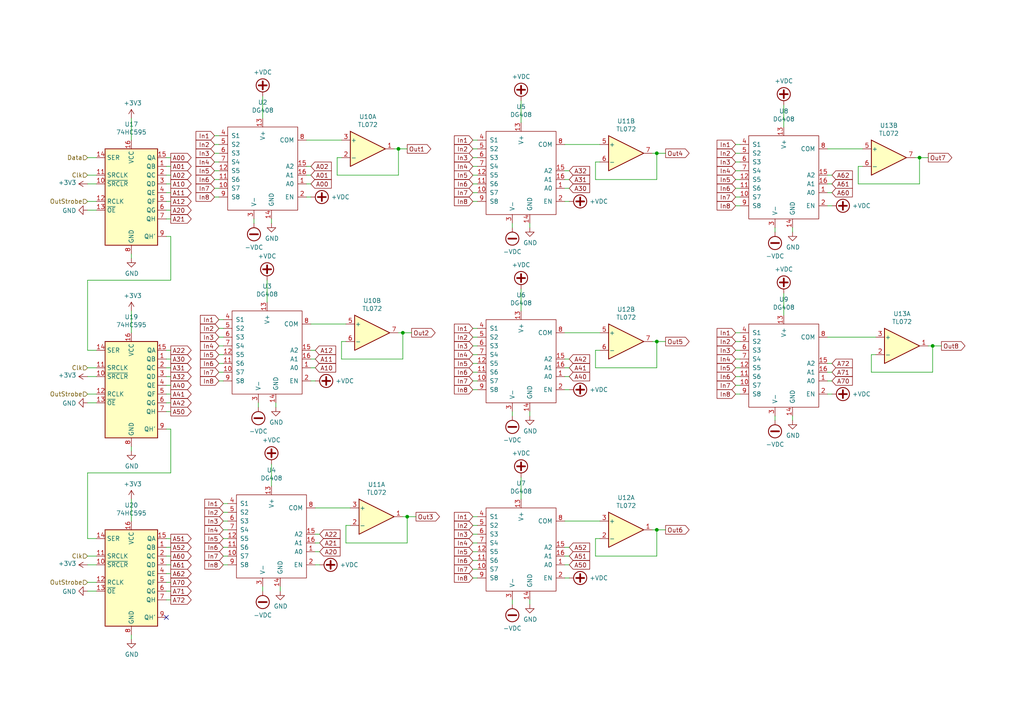
<source format=kicad_sch>
(kicad_sch (version 20230121) (generator eeschema)
  (paper "A4")
  (title_block (title "M2IDI - TANGLE CORE") (date "2023-04-19") (rev "1.1") (company "GuavTek"))
  (lib_symbols
    (symbol "74xx:74HC595"
      (property "Reference" "U" (at -7.62 13.97 0))
      (property "Value" "74HC595" (at -7.62 -16.51 0))
      (symbol "74HC595_1_0"
        (pin tri_state line (at 10.16 7.62 180) (length 2.54) (name "QB") (number "1"))
        (pin input line (at -10.16 2.54 0) (length 2.54) (name "~{SRCLR}") (number "10"))
        (pin input line (at -10.16 5.08 0) (length 2.54) (name "SRCLK") (number "11"))
        (pin input line (at -10.16 -2.54 0) (length 2.54) (name "RCLK") (number "12"))
        (pin input line (at -10.16 -5.08 0) (length 2.54) (name "~{OE}") (number "13"))
        (pin input line (at -10.16 10.16 0) (length 2.54) (name "SER") (number "14"))
        (pin tri_state line (at 10.16 10.16 180) (length 2.54) (name "QA") (number "15"))
        (pin power_in line (at 0 15.24 270) (length 2.54) (name "VCC") (number "16"))
        (pin tri_state line (at 10.16 5.08 180) (length 2.54) (name "QC") (number "2"))
        (pin tri_state line (at 10.16 2.54 180) (length 2.54) (name "QD") (number "3"))
        (pin tri_state line (at 10.16 0 180) (length 2.54) (name "QE") (number "4"))
        (pin tri_state line (at 10.16 -2.54 180) (length 2.54) (name "QF") (number "5"))
        (pin tri_state line (at 10.16 -5.08 180) (length 2.54) (name "QG") (number "6"))
        (pin tri_state line (at 10.16 -7.62 180) (length 2.54) (name "QH") (number "7"))
        (pin power_in line (at 0 -17.78 90) (length 2.54) (name "GND") (number "8"))
        (pin output line (at 10.16 -12.7 180) (length 2.54) (name "QH'") (number "9"))
      )
      (symbol "74HC595_1_1"
        (rectangle (start -7.62 12.7) (end 7.62 -15.24) (stroke (width 0.254)) (fill (type background)))
      )
    )
    (symbol "Amplifier_Operational:TL072" (pin_names (offset 0.127))
      (property "Reference" "U" (at 0 5.08 0))
      (property "Value" "TL072" (at 0 -5.08 0))
      (symbol "TL072_1_1"
        (polyline (pts (xy -5.08 5.08) (xy 5.08 0) (xy -5.08 -5.08) (xy -5.08 5.08)) (stroke (width 0.254)) (fill (type background)))
        (pin output line (at 7.62 0 180) (length 2.54) (name "~") (number "1"))
        (pin input line (at -7.62 -2.54 0) (length 2.54) (name "-") (number "2"))
        (pin input line (at -7.62 2.54 0) (length 2.54) (name "+") (number "3"))
      )
      (symbol "TL072_2_1"
        (polyline (pts (xy -5.08 5.08) (xy 5.08 0) (xy -5.08 -5.08) (xy -5.08 5.08)) (stroke (width 0.254)) (fill (type background)))
        (pin input line (at -7.62 2.54 0) (length 2.54) (name "+") (number "5"))
        (pin input line (at -7.62 -2.54 0) (length 2.54) (name "-") (number "6"))
        (pin output line (at 7.62 0 180) (length 2.54) (name "~") (number "7"))
      )
      (symbol "TL072_3_1"
        (pin power_in line (at -2.54 -7.62 90) (length 3.81) (name "V-") (number "4"))
        (pin power_in line (at -2.54 7.62 270) (length 3.81) (name "V+") (number "8"))
      )
    )
    (symbol "Custom_Sym:DG408" (pin_names (offset 1.016))
      (property "Reference" "U" (at 0 0 0))
      (property "Value" "DG408" (at 0 -2.54 0))
      (symbol "DG408_0_1"
        (rectangle (start 10.16 11.43) (end -10.16 -12.7))
      )
      (symbol "DG408_1_1"
        (pin input line (at 12.7 -5.08 180) (length 2.54) (name "A0") (number "1"))
        (pin bidirectional line (at -12.7 -6.35 0) (length 2.54) (name "S7") (number "10"))
        (pin bidirectional line (at -12.7 -3.81 0) (length 2.54) (name "S6") (number "11"))
        (pin bidirectional line (at -12.7 -1.27 0) (length 2.54) (name "S5") (number "12"))
        (pin power_in line (at 0 13.97 270) (length 2.54) (name "V+") (number "13"))
        (pin power_in line (at 2.54 -15.24 90) (length 2.54) (name "GND") (number "14"))
        (pin input line (at 12.7 0 180) (length 2.54) (name "A2") (number "15"))
        (pin input line (at 12.7 -2.54 180) (length 2.54) (name "A1") (number "16"))
        (pin input line (at 12.7 -8.89 180) (length 2.54) (name "EN") (number "2"))
        (pin power_in line (at -2.54 -15.24 90) (length 2.54) (name "V-") (number "3"))
        (pin bidirectional line (at -12.7 8.89 0) (length 2.54) (name "S1") (number "4"))
        (pin bidirectional line (at -12.7 6.35 0) (length 2.54) (name "S2") (number "5"))
        (pin bidirectional line (at -12.7 3.81 0) (length 2.54) (name "S3") (number "6"))
        (pin bidirectional line (at -12.7 1.27 0) (length 2.54) (name "S4") (number "7"))
        (pin bidirectional line (at 12.7 7.62 180) (length 2.54) (name "COM") (number "8"))
        (pin bidirectional line (at -12.7 -8.89 0) (length 2.54) (name "S8") (number "9"))
      )
    )
    (symbol "power:+3V3" (power) (pin_names (offset 0))
      (property "Value" "+3V3" (at 0 3.556 0))
      (symbol "+3V3_0_1"
        (polyline (pts (xy -0.762 1.27) (xy 0 2.54)))
        (polyline (pts (xy 0 0) (xy 0 2.54)))
        (polyline (pts (xy 0 2.54) (xy 0.762 1.27)))
      )
      (symbol "+3V3_1_1"
        (pin power_in line (at 0 0 90) (length 0) hide (name "+3V3") (number "1"))
      )
    )
    (symbol "power:+VDC" (power) (pin_names (offset 0))
      (property "Value" "+VDC" (at 0 6.35 0))
      (symbol "+VDC_0_1"
        (polyline (pts (xy -1.143 3.175) (xy 1.143 3.175)) (stroke (width 0.508)))
        (polyline (pts (xy 0 0) (xy 0 1.27)))
        (polyline (pts (xy 0 2.032) (xy 0 4.318)) (stroke (width 0.508)))
        (circle (center 0 3.175) (radius 1.905) (stroke (width 0.254)))
      )
      (symbol "+VDC_1_1"
        (pin power_in line (at 0 0 90) (length 0) hide (name "+VDC") (number "1"))
      )
    )
    (symbol "power:-VDC" (power) (pin_names (offset 0))
      (property "Value" "-VDC" (at 0 6.35 0))
      (symbol "-VDC_0_1"
        (polyline (pts (xy -1.143 3.175) (xy 1.143 3.175)) (stroke (width 0.508)))
        (polyline (pts (xy 0 0) (xy 0 1.27)))
        (circle (center 0 3.175) (radius 1.905) (stroke (width 0.254)))
      )
      (symbol "-VDC_1_1"
        (pin power_in line (at 0 0 90) (length 0) hide (name "-VDC") (number "1"))
      )
    )
    (symbol "power:GND" (power) (pin_names (offset 0))
      (property "Value" "GND" (at 0 -3.81 0))
      (symbol "GND_0_1"
        (polyline (pts (xy 0 0) (xy 0 -1.27) (xy 1.27 -1.27) (xy 0 -2.54) (xy -1.27 -1.27) (xy 0 -1.27)))
      )
      (symbol "GND_1_1"
        (pin power_in line (at 0 0 270) (length 0) hide (name "GND") (number "1"))
      )
    )
  )
  (junction (at 118.11 149.86))
  (junction (at 266.7 45.72))
  (junction (at 270.51 100.33))
  (junction (at 190.5 44.45))
  (junction (at 190.5 153.67))
  (junction (at 116.84 96.52))
  (junction (at 190.5 99.06))
  (junction (at 115.57 43.18))
  (no_connect (at 48.26 179.07))
  (wire (pts (xy 213.36 104.14) (xy 214.63 104.14)))
  (wire (pts (xy 25.4 114.3) (xy 27.94 114.3)))
  (wire (pts (xy 78.74 134.62) (xy 78.74 140.97)))
  (wire (pts (xy 241.3 50.8) (xy 240.03 50.8)))
  (wire (pts (xy 49.53 137.16) (xy 25.4 137.16)))
  (wire (pts (xy 118.11 157.48) (xy 100.33 157.48)))
  (wire (pts (xy 49.53 53.34) (xy 48.26 53.34)))
  (wire (pts (xy 97.79 45.72) (xy 99.06 45.72)))
  (wire (pts (xy 137.16 105.41) (xy 138.43 105.41)))
  (wire (pts (xy 38.1 130.81) (xy 38.1 129.54)))
  (wire (pts (xy 25.4 50.8) (xy 27.94 50.8)))
  (wire (pts (xy 25.4 109.22) (xy 27.94 109.22)))
  (wire (pts (xy 165.1 58.42) (xy 163.83 58.42)))
  (wire (pts (xy 137.16 40.64) (xy 138.43 40.64)))
  (wire (pts (xy 62.23 54.61) (xy 63.5 54.61)))
  (wire (pts (xy 189.23 153.67) (xy 190.5 153.67)))
  (wire (pts (xy 91.44 106.68) (xy 90.17 106.68)))
  (wire (pts (xy 63.5 92.71) (xy 64.77 92.71)))
  (wire (pts (xy 190.5 161.29) (xy 172.72 161.29)))
  (wire (pts (xy 63.5 95.25) (xy 64.77 95.25)))
  (wire (pts (xy 189.23 44.45) (xy 190.5 44.45)))
  (wire (pts (xy 250.19 43.18) (xy 240.03 43.18)))
  (wire (pts (xy 241.3 59.69) (xy 240.03 59.69)))
  (wire (pts (xy 151.13 29.21) (xy 151.13 35.56)))
  (wire (pts (xy 137.16 162.56) (xy 138.43 162.56)))
  (wire (pts (xy 165.1 113.03) (xy 163.83 113.03)))
  (wire (pts (xy 153.67 173.99) (xy 153.67 175.26)))
  (wire (pts (xy 213.36 109.22) (xy 214.63 109.22)))
  (wire (pts (xy 137.16 154.94) (xy 138.43 154.94)))
  (wire (pts (xy 137.16 53.34) (xy 138.43 53.34)))
  (wire (pts (xy 190.5 106.68) (xy 172.72 106.68)))
  (wire (pts (xy 173.99 151.13) (xy 163.83 151.13)))
  (wire (pts (xy 25.4 161.29) (xy 27.94 161.29)))
  (wire (pts (xy 63.5 97.79) (xy 64.77 97.79)))
  (wire (pts (xy 266.7 53.34) (xy 248.92 53.34)))
  (wire (pts (xy 48.26 116.84) (xy 49.53 116.84)))
  (wire (pts (xy 213.36 52.07) (xy 214.63 52.07)))
  (wire (pts (xy 25.4 137.16) (xy 25.4 156.21)))
  (wire (pts (xy 227.33 85.09) (xy 227.33 91.44)))
  (wire (pts (xy 49.53 48.26) (xy 48.26 48.26)))
  (wire (pts (xy 115.57 43.18) (xy 115.57 50.8)))
  (wire (pts (xy 241.3 110.49) (xy 240.03 110.49)))
  (wire (pts (xy 63.5 102.87) (xy 64.77 102.87)))
  (wire (pts (xy 100.33 152.4) (xy 101.6 152.4)))
  (wire (pts (xy 137.16 43.18) (xy 138.43 43.18)))
  (wire (pts (xy 165.1 54.61) (xy 163.83 54.61)))
  (wire (pts (xy 138.43 58.42) (xy 137.16 58.42)))
  (wire (pts (xy 137.16 97.79) (xy 138.43 97.79)))
  (wire (pts (xy 91.44 101.6) (xy 90.17 101.6)))
  (wire (pts (xy 137.16 152.4) (xy 138.43 152.4)))
  (wire (pts (xy 38.1 34.29) (xy 38.1 40.64)))
  (wire (pts (xy 137.16 50.8) (xy 138.43 50.8)))
  (wire (pts (xy 213.36 49.53) (xy 214.63 49.53)))
  (wire (pts (xy 62.23 46.99) (xy 63.5 46.99)))
  (wire (pts (xy 48.26 45.72) (xy 49.53 45.72)))
  (wire (pts (xy 241.3 105.41) (xy 240.03 105.41)))
  (wire (pts (xy 190.5 153.67) (xy 190.5 161.29)))
  (wire (pts (xy 48.26 166.37) (xy 49.53 166.37)))
  (wire (pts (xy 273.05 100.33) (xy 270.51 100.33)))
  (wire (pts (xy 66.04 163.83) (xy 64.77 163.83)))
  (wire (pts (xy 90.17 57.15) (xy 88.9 57.15)))
  (wire (pts (xy 165.1 49.53) (xy 163.83 49.53)))
  (wire (pts (xy 49.53 58.42) (xy 48.26 58.42)))
  (wire (pts (xy 38.1 185.42) (xy 38.1 184.15)))
  (wire (pts (xy 64.77 158.75) (xy 66.04 158.75)))
  (wire (pts (xy 172.72 106.68) (xy 172.72 101.6)))
  (wire (pts (xy 213.36 46.99) (xy 214.63 46.99)))
  (wire (pts (xy 118.11 149.86) (xy 118.11 157.48)))
  (wire (pts (xy 163.83 96.52) (xy 173.99 96.52)))
  (wire (pts (xy 213.36 106.68) (xy 214.63 106.68)))
  (wire (pts (xy 165.1 104.14) (xy 163.83 104.14)))
  (wire (pts (xy 99.06 104.14) (xy 99.06 99.06)))
  (wire (pts (xy 252.73 107.95) (xy 252.73 102.87)))
  (wire (pts (xy 25.4 171.45) (xy 27.94 171.45)))
  (wire (pts (xy 92.71 163.83) (xy 91.44 163.83)))
  (wire (pts (xy 99.06 99.06) (xy 100.33 99.06)))
  (wire (pts (xy 163.83 106.68) (xy 165.1 106.68)))
  (wire (pts (xy 151.13 138.43) (xy 151.13 144.78)))
  (wire (pts (xy 193.04 99.06) (xy 190.5 99.06)))
  (wire (pts (xy 25.4 156.21) (xy 27.94 156.21)))
  (wire (pts (xy 48.26 101.6) (xy 49.53 101.6)))
  (wire (pts (xy 48.26 161.29) (xy 49.53 161.29)))
  (wire (pts (xy 64.77 146.05) (xy 66.04 146.05)))
  (wire (pts (xy 48.26 156.21) (xy 49.53 156.21)))
  (wire (pts (xy 148.59 66.04) (xy 148.59 64.77)))
  (wire (pts (xy 190.5 44.45) (xy 190.5 52.07)))
  (wire (pts (xy 25.4 168.91) (xy 27.94 168.91)))
  (wire (pts (xy 241.3 114.3) (xy 240.03 114.3)))
  (wire (pts (xy 240.03 97.79) (xy 254 97.79)))
  (wire (pts (xy 90.17 93.98) (xy 100.33 93.98)))
  (wire (pts (xy 190.5 44.45) (xy 193.04 44.45)))
  (wire (pts (xy 49.53 63.5) (xy 48.26 63.5)))
  (wire (pts (xy 137.16 102.87) (xy 138.43 102.87)))
  (wire (pts (xy 25.4 53.34) (xy 27.94 53.34)))
  (wire (pts (xy 213.36 44.45) (xy 214.63 44.45)))
  (wire (pts (xy 115.57 50.8) (xy 97.79 50.8)))
  (wire (pts (xy 88.9 40.64) (xy 99.06 40.64)))
  (wire (pts (xy 90.17 53.34) (xy 88.9 53.34)))
  (wire (pts (xy 224.79 121.92) (xy 224.79 120.65)))
  (wire (pts (xy 229.87 66.04) (xy 229.87 67.31)))
  (wire (pts (xy 116.84 104.14) (xy 99.06 104.14)))
  (wire (pts (xy 190.5 153.67) (xy 193.04 153.67)))
  (wire (pts (xy 92.71 154.94) (xy 91.44 154.94)))
  (wire (pts (xy 48.26 68.58) (xy 49.53 68.58)))
  (wire (pts (xy 137.16 110.49) (xy 138.43 110.49)))
  (wire (pts (xy 165.1 163.83) (xy 163.83 163.83)))
  (wire (pts (xy 137.16 160.02) (xy 138.43 160.02)))
  (wire (pts (xy 80.01 116.84) (xy 80.01 118.11)))
  (wire (pts (xy 213.36 54.61) (xy 214.63 54.61)))
  (wire (pts (xy 189.23 99.06) (xy 190.5 99.06)))
  (wire (pts (xy 49.53 163.83) (xy 48.26 163.83)))
  (wire (pts (xy 90.17 104.14) (xy 91.44 104.14)))
  (wire (pts (xy 49.53 124.46) (xy 49.53 137.16)))
  (wire (pts (xy 97.79 50.8) (xy 97.79 45.72)))
  (wire (pts (xy 76.2 171.45) (xy 76.2 170.18)))
  (wire (pts (xy 63.5 105.41) (xy 64.77 105.41)))
  (wire (pts (xy 25.4 58.42) (xy 27.94 58.42)))
  (wire (pts (xy 62.23 41.91) (xy 63.5 41.91)))
  (wire (pts (xy 240.03 107.95) (xy 241.3 107.95)))
  (wire (pts (xy 148.59 175.26) (xy 148.59 173.99)))
  (wire (pts (xy 116.84 149.86) (xy 118.11 149.86)))
  (wire (pts (xy 64.77 153.67) (xy 66.04 153.67)))
  (wire (pts (xy 48.26 171.45) (xy 49.53 171.45)))
  (wire (pts (xy 49.53 81.28) (xy 25.4 81.28)))
  (wire (pts (xy 213.36 111.76) (xy 214.63 111.76)))
  (wire (pts (xy 137.16 149.86) (xy 138.43 149.86)))
  (wire (pts (xy 163.83 52.07) (xy 165.1 52.07)))
  (wire (pts (xy 248.92 53.34) (xy 248.92 48.26)))
  (wire (pts (xy 137.16 157.48) (xy 138.43 157.48)))
  (wire (pts (xy 64.77 148.59) (xy 66.04 148.59)))
  (wire (pts (xy 114.3 43.18) (xy 115.57 43.18)))
  (wire (pts (xy 91.44 110.49) (xy 90.17 110.49)))
  (wire (pts (xy 137.16 100.33) (xy 138.43 100.33)))
  (wire (pts (xy 49.53 104.14) (xy 48.26 104.14)))
  (wire (pts (xy 148.59 120.65) (xy 148.59 119.38)))
  (wire (pts (xy 38.1 144.78) (xy 38.1 151.13)))
  (wire (pts (xy 64.77 161.29) (xy 66.04 161.29)))
  (wire (pts (xy 137.16 165.1) (xy 138.43 165.1)))
  (wire (pts (xy 78.74 63.5) (xy 78.74 64.77)))
  (wire (pts (xy 252.73 102.87) (xy 254 102.87)))
  (wire (pts (xy 224.79 67.31) (xy 224.79 66.04)))
  (wire (pts (xy 165.1 167.64) (xy 163.83 167.64)))
  (wire (pts (xy 91.44 157.48) (xy 92.71 157.48)))
  (wire (pts (xy 76.2 27.94) (xy 76.2 34.29)))
  (wire (pts (xy 63.5 57.15) (xy 62.23 57.15)))
  (wire (pts (xy 138.43 113.03) (xy 137.16 113.03)))
  (wire (pts (xy 213.36 99.06) (xy 214.63 99.06)))
  (wire (pts (xy 48.26 60.96) (xy 49.53 60.96)))
  (wire (pts (xy 25.4 101.6) (xy 27.94 101.6)))
  (wire (pts (xy 172.72 46.99) (xy 173.99 46.99)))
  (wire (pts (xy 172.72 101.6) (xy 173.99 101.6)))
  (wire (pts (xy 25.4 60.96) (xy 27.94 60.96)))
  (wire (pts (xy 49.53 114.3) (xy 48.26 114.3)))
  (wire (pts (xy 137.16 95.25) (xy 138.43 95.25)))
  (wire (pts (xy 240.03 53.34) (xy 241.3 53.34)))
  (wire (pts (xy 172.72 52.07) (xy 172.72 46.99)))
  (wire (pts (xy 172.72 156.21) (xy 173.99 156.21)))
  (wire (pts (xy 49.53 158.75) (xy 48.26 158.75)))
  (wire (pts (xy 116.84 96.52) (xy 119.38 96.52)))
  (wire (pts (xy 213.36 41.91) (xy 214.63 41.91)))
  (wire (pts (xy 270.51 107.95) (xy 252.73 107.95)))
  (wire (pts (xy 62.23 39.37) (xy 63.5 39.37)))
  (wire (pts (xy 74.93 118.11) (xy 74.93 116.84)))
  (wire (pts (xy 90.17 48.26) (xy 88.9 48.26)))
  (wire (pts (xy 241.3 55.88) (xy 240.03 55.88)))
  (wire (pts (xy 62.23 44.45) (xy 63.5 44.45)))
  (wire (pts (xy 118.11 43.18) (xy 115.57 43.18)))
  (wire (pts (xy 190.5 52.07) (xy 172.72 52.07)))
  (wire (pts (xy 115.57 96.52) (xy 116.84 96.52)))
  (wire (pts (xy 213.36 101.6) (xy 214.63 101.6)))
  (wire (pts (xy 63.5 100.33) (xy 64.77 100.33)))
  (wire (pts (xy 73.66 64.77) (xy 73.66 63.5)))
  (wire (pts (xy 270.51 100.33) (xy 270.51 107.95)))
  (wire (pts (xy 163.83 161.29) (xy 165.1 161.29)))
  (wire (pts (xy 48.26 55.88) (xy 49.53 55.88)))
  (wire (pts (xy 137.16 55.88) (xy 138.43 55.88)))
  (wire (pts (xy 269.24 45.72) (xy 266.7 45.72)))
  (wire (pts (xy 137.16 45.72) (xy 138.43 45.72)))
  (wire (pts (xy 64.77 156.21) (xy 66.04 156.21)))
  (wire (pts (xy 48.26 106.68) (xy 49.53 106.68)))
  (wire (pts (xy 48.26 124.46) (xy 49.53 124.46)))
  (wire (pts (xy 64.77 110.49) (xy 63.5 110.49)))
  (wire (pts (xy 165.1 109.22) (xy 163.83 109.22)))
  (wire (pts (xy 62.23 49.53) (xy 63.5 49.53)))
  (wire (pts (xy 265.43 45.72) (xy 266.7 45.72)))
  (wire (pts (xy 25.4 116.84) (xy 27.94 116.84)))
  (wire (pts (xy 38.1 90.17) (xy 38.1 96.52)))
  (wire (pts (xy 100.33 157.48) (xy 100.33 152.4)))
  (wire (pts (xy 153.67 64.77) (xy 153.67 66.04)))
  (wire (pts (xy 49.53 173.99) (xy 48.26 173.99)))
  (wire (pts (xy 77.47 81.28) (xy 77.47 87.63)))
  (wire (pts (xy 64.77 151.13) (xy 66.04 151.13)))
  (wire (pts (xy 153.67 119.38) (xy 153.67 120.65)))
  (wire (pts (xy 214.63 59.69) (xy 213.36 59.69)))
  (wire (pts (xy 48.26 111.76) (xy 49.53 111.76)))
  (wire (pts (xy 49.53 119.38) (xy 48.26 119.38)))
  (wire (pts (xy 88.9 50.8) (xy 90.17 50.8)))
  (wire (pts (xy 172.72 161.29) (xy 172.72 156.21)))
  (wire (pts (xy 163.83 41.91) (xy 173.99 41.91)))
  (wire (pts (xy 138.43 167.64) (xy 137.16 167.64)))
  (wire (pts (xy 248.92 48.26) (xy 250.19 48.26)))
  (wire (pts (xy 91.44 147.32) (xy 101.6 147.32)))
  (wire (pts (xy 25.4 81.28) (xy 25.4 101.6)))
  (wire (pts (xy 120.65 149.86) (xy 118.11 149.86)))
  (wire (pts (xy 190.5 99.06) (xy 190.5 106.68)))
  (wire (pts (xy 38.1 74.93) (xy 38.1 73.66)))
  (wire (pts (xy 81.28 170.18) (xy 81.28 171.45)))
  (wire (pts (xy 116.84 96.52) (xy 116.84 104.14)))
  (wire (pts (xy 48.26 50.8) (xy 49.53 50.8)))
  (wire (pts (xy 269.24 100.33) (xy 270.51 100.33)))
  (wire (pts (xy 229.87 120.65) (xy 229.87 121.92)))
  (wire (pts (xy 266.7 45.72) (xy 266.7 53.34)))
  (wire (pts (xy 49.53 109.22) (xy 48.26 109.22)))
  (wire (pts (xy 213.36 57.15) (xy 214.63 57.15)))
  (wire (pts (xy 137.16 48.26) (xy 138.43 48.26)))
  (wire (pts (xy 213.36 96.52) (xy 214.63 96.52)))
  (wire (pts (xy 25.4 163.83) (xy 27.94 163.83)))
  (wire (pts (xy 49.53 168.91) (xy 48.26 168.91)))
  (wire (pts (xy 227.33 30.48) (xy 227.33 36.83)))
  (wire (pts (xy 63.5 107.95) (xy 64.77 107.95)))
  (wire (pts (xy 214.63 114.3) (xy 213.36 114.3)))
  (wire (pts (xy 25.4 106.68) (xy 27.94 106.68)))
  (wire (pts (xy 25.4 45.72) (xy 27.94 45.72)))
  (wire (pts (xy 165.1 158.75) (xy 163.83 158.75)))
  (wire (pts (xy 92.71 160.02) (xy 91.44 160.02)))
  (wire (pts (xy 137.16 107.95) (xy 138.43 107.95)))
  (wire (pts (xy 62.23 52.07) (xy 63.5 52.07)))
  (wire (pts (xy 151.13 83.82) (xy 151.13 90.17)))
  (wire (pts (xy 49.53 68.58) (xy 49.53 81.28)))
  (global_label "Out1" (shape output) (at 118.11 43.18 0) (property "Intersheetrefs" "${INTERSHEET_REFS}" (effects hide)))
  (global_label "In3" (shape input) (at 137.16 154.94 180) (property "Intersheetrefs" "${INTERSHEET_REFS}" (effects hide)))
  (global_label "In4" (shape input) (at 137.16 48.26 180) (property "Intersheetrefs" "${INTERSHEET_REFS}" (effects hide)))
  (global_label "Out2" (shape output) (at 119.38 96.52 0) (property "Intersheetrefs" "${INTERSHEET_REFS}" (effects hide)))
  (global_label "In2" (shape input) (at 137.16 43.18 180) (property "Intersheetrefs" "${INTERSHEET_REFS}" (effects hide)))
  (global_label "In1" (shape input) (at 137.16 40.64 180) (property "Intersheetrefs" "${INTERSHEET_REFS}" (effects hide)))
  (global_label "In2" (shape input) (at 64.77 148.59 180) (property "Intersheetrefs" "${INTERSHEET_REFS}" (effects hide)))
  (global_label "In2" (shape input) (at 213.36 99.06 180) (property "Intersheetrefs" "${INTERSHEET_REFS}" (effects hide)))
  (global_label "A71" (shape input) (at 241.3 107.95 0) (property "Intersheetrefs" "${INTERSHEET_REFS}" (effects hide)))
  (global_label "A61" (shape output) (at 49.53 163.83 0) (property "Intersheetrefs" "${INTERSHEET_REFS}" (effects hide)))
  (global_label "A02" (shape output) (at 49.53 50.8 0) (property "Intersheetrefs" "${INTERSHEET_REFS}" (effects hide)))
  (global_label "A11" (shape output) (at 49.53 55.88 0) (property "Intersheetrefs" "${INTERSHEET_REFS}" (effects hide)))
  (global_label "Out7" (shape output) (at 269.24 45.72 0) (property "Intersheetrefs" "${INTERSHEET_REFS}" (effects hide)))
  (global_label "In5" (shape input) (at 64.77 156.21 180) (property "Intersheetrefs" "${INTERSHEET_REFS}" (effects hide)))
  (global_label "In1" (shape input) (at 64.77 146.05 180) (property "Intersheetrefs" "${INTERSHEET_REFS}" (effects hide)))
  (global_label "In2" (shape input) (at 137.16 97.79 180) (property "Intersheetrefs" "${INTERSHEET_REFS}" (effects hide)))
  (global_label "In8" (shape input) (at 64.77 163.83 180) (property "Intersheetrefs" "${INTERSHEET_REFS}" (effects hide)))
  (global_label "A60" (shape output) (at 49.53 161.29 0) (property "Intersheetrefs" "${INTERSHEET_REFS}" (effects hide)))
  (global_label "A12" (shape input) (at 91.44 101.6 0) (property "Intersheetrefs" "${INTERSHEET_REFS}" (effects hide)))
  (global_label "In3" (shape input) (at 63.5 97.79 180) (property "Intersheetrefs" "${INTERSHEET_REFS}" (effects hide)))
  (global_label "A62" (shape output) (at 49.53 166.37 0) (property "Intersheetrefs" "${INTERSHEET_REFS}" (effects hide)))
  (global_label "In2" (shape input) (at 62.23 41.91 180) (property "Intersheetrefs" "${INTERSHEET_REFS}" (effects hide)))
  (global_label "In5" (shape input) (at 137.16 50.8 180) (property "Intersheetrefs" "${INTERSHEET_REFS}" (effects hide)))
  (global_label "A20" (shape input) (at 92.71 160.02 0) (property "Intersheetrefs" "${INTERSHEET_REFS}" (effects hide)))
  (global_label "A32" (shape output) (at 49.53 109.22 0) (property "Intersheetrefs" "${INTERSHEET_REFS}" (effects hide)))
  (global_label "A61" (shape input) (at 241.3 53.34 0) (property "Intersheetrefs" "${INTERSHEET_REFS}" (effects hide)))
  (global_label "A50" (shape output) (at 49.53 119.38 0) (property "Intersheetrefs" "${INTERSHEET_REFS}" (effects hide)))
  (global_label "In8" (shape input) (at 63.5 110.49 180) (property "Intersheetrefs" "${INTERSHEET_REFS}" (effects hide)))
  (global_label "In5" (shape input) (at 63.5 102.87 180) (property "Intersheetrefs" "${INTERSHEET_REFS}" (effects hide)))
  (global_label "A32" (shape input) (at 165.1 49.53 0) (property "Intersheetrefs" "${INTERSHEET_REFS}" (effects hide)))
  (global_label "In6" (shape input) (at 63.5 105.41 180) (property "Intersheetrefs" "${INTERSHEET_REFS}" (effects hide)))
  (global_label "In6" (shape input) (at 213.36 54.61 180) (property "Intersheetrefs" "${INTERSHEET_REFS}" (effects hide)))
  (global_label "In7" (shape input) (at 137.16 165.1 180) (property "Intersheetrefs" "${INTERSHEET_REFS}" (effects hide)))
  (global_label "A51" (shape output) (at 49.53 156.21 0) (property "Intersheetrefs" "${INTERSHEET_REFS}" (effects hide)))
  (global_label "In4" (shape input) (at 213.36 104.14 180) (property "Intersheetrefs" "${INTERSHEET_REFS}" (effects hide)))
  (global_label "In6" (shape input) (at 62.23 52.07 180) (property "Intersheetrefs" "${INTERSHEET_REFS}" (effects hide)))
  (global_label "A01" (shape output) (at 49.53 48.26 0) (property "Intersheetrefs" "${INTERSHEET_REFS}" (effects hide)))
  (global_label "In3" (shape input) (at 213.36 46.99 180) (property "Intersheetrefs" "${INTERSHEET_REFS}" (effects hide)))
  (global_label "A22" (shape input) (at 92.71 154.94 0) (property "Intersheetrefs" "${INTERSHEET_REFS}" (effects hide)))
  (global_label "In5" (shape input) (at 137.16 105.41 180) (property "Intersheetrefs" "${INTERSHEET_REFS}" (effects hide)))
  (global_label "A31" (shape output) (at 49.53 106.68 0) (property "Intersheetrefs" "${INTERSHEET_REFS}" (effects hide)))
  (global_label "A52" (shape output) (at 49.53 158.75 0) (property "Intersheetrefs" "${INTERSHEET_REFS}" (effects hide)))
  (global_label "A70" (shape input) (at 241.3 110.49 0) (property "Intersheetrefs" "${INTERSHEET_REFS}" (effects hide)))
  (global_label "In4" (shape input) (at 137.16 102.87 180) (property "Intersheetrefs" "${INTERSHEET_REFS}" (effects hide)))
  (global_label "In7" (shape input) (at 137.16 110.49 180) (property "Intersheetrefs" "${INTERSHEET_REFS}" (effects hide)))
  (global_label "In2" (shape input) (at 213.36 44.45 180) (property "Intersheetrefs" "${INTERSHEET_REFS}" (effects hide)))
  (global_label "In6" (shape input) (at 137.16 162.56 180) (property "Intersheetrefs" "${INTERSHEET_REFS}" (effects hide)))
  (global_label "A41" (shape input) (at 165.1 106.68 0) (property "Intersheetrefs" "${INTERSHEET_REFS}" (effects hide)))
  (global_label "A30" (shape output) (at 49.53 104.14 0) (property "Intersheetrefs" "${INTERSHEET_REFS}" (effects hide)))
  (global_label "A12" (shape output) (at 49.53 58.42 0) (property "Intersheetrefs" "${INTERSHEET_REFS}" (effects hide)))
  (global_label "In4" (shape input) (at 63.5 100.33 180) (property "Intersheetrefs" "${INTERSHEET_REFS}" (effects hide)))
  (global_label "In1" (shape input) (at 137.16 149.86 180) (property "Intersheetrefs" "${INTERSHEET_REFS}" (effects hide)))
  (global_label "A52" (shape input) (at 165.1 158.75 0) (property "Intersheetrefs" "${INTERSHEET_REFS}" (effects hide)))
  (global_label "In6" (shape input) (at 137.16 53.34 180) (property "Intersheetrefs" "${INTERSHEET_REFS}" (effects hide)))
  (global_label "Out4" (shape output) (at 193.04 44.45 0) (property "Intersheetrefs" "${INTERSHEET_REFS}" (effects hide)))
  (global_label "A71" (shape output) (at 49.53 171.45 0) (property "Intersheetrefs" "${INTERSHEET_REFS}" (effects hide)))
  (global_label "In3" (shape input) (at 137.16 45.72 180) (property "Intersheetrefs" "${INTERSHEET_REFS}" (effects hide)))
  (global_label "In3" (shape input) (at 137.16 100.33 180) (property "Intersheetrefs" "${INTERSHEET_REFS}" (effects hide)))
  (global_label "In7" (shape input) (at 213.36 111.76 180) (property "Intersheetrefs" "${INTERSHEET_REFS}" (effects hide)))
  (global_label "A42" (shape output) (at 49.53 116.84 0) (property "Intersheetrefs" "${INTERSHEET_REFS}" (effects hide)))
  (global_label "In6" (shape input) (at 137.16 107.95 180) (property "Intersheetrefs" "${INTERSHEET_REFS}" (effects hide)))
  (global_label "In2" (shape input) (at 63.5 95.25 180) (property "Intersheetrefs" "${INTERSHEET_REFS}" (effects hide)))
  (global_label "Out8" (shape output) (at 273.05 100.33 0) (property "Intersheetrefs" "${INTERSHEET_REFS}" (effects hide)))
  (global_label "In3" (shape input) (at 62.23 44.45 180) (property "Intersheetrefs" "${INTERSHEET_REFS}" (effects hide)))
  (global_label "A62" (shape input) (at 241.3 50.8 0) (property "Intersheetrefs" "${INTERSHEET_REFS}" (effects hide)))
  (global_label "A30" (shape input) (at 165.1 54.61 0) (property "Intersheetrefs" "${INTERSHEET_REFS}" (effects hide)))
  (global_label "A40" (shape input) (at 165.1 109.22 0) (property "Intersheetrefs" "${INTERSHEET_REFS}" (effects hide)))
  (global_label "In7" (shape input) (at 64.77 161.29 180) (property "Intersheetrefs" "${INTERSHEET_REFS}" (effects hide)))
  (global_label "Out6" (shape output) (at 193.04 153.67 0) (property "Intersheetrefs" "${INTERSHEET_REFS}" (effects hide)))
  (global_label "In5" (shape input) (at 213.36 106.68 180) (property "Intersheetrefs" "${INTERSHEET_REFS}" (effects hide)))
  (global_label "In8" (shape input) (at 213.36 59.69 180) (property "Intersheetrefs" "${INTERSHEET_REFS}" (effects hide)))
  (global_label "In4" (shape input) (at 64.77 153.67 180) (property "Intersheetrefs" "${INTERSHEET_REFS}" (effects hide)))
  (global_label "In6" (shape input) (at 64.77 158.75 180) (property "Intersheetrefs" "${INTERSHEET_REFS}" (effects hide)))
  (global_label "In7" (shape input) (at 137.16 55.88 180) (property "Intersheetrefs" "${INTERSHEET_REFS}" (effects hide)))
  (global_label "In1" (shape input) (at 63.5 92.71 180) (property "Intersheetrefs" "${INTERSHEET_REFS}" (effects hide)))
  (global_label "A72" (shape output) (at 49.53 173.99 0) (property "Intersheetrefs" "${INTERSHEET_REFS}" (effects hide)))
  (global_label "In8" (shape input) (at 137.16 113.03 180) (property "Intersheetrefs" "${INTERSHEET_REFS}" (effects hide)))
  (global_label "In8" (shape input) (at 213.36 114.3 180) (property "Intersheetrefs" "${INTERSHEET_REFS}" (effects hide)))
  (global_label "A21" (shape output) (at 49.53 63.5 0) (property "Intersheetrefs" "${INTERSHEET_REFS}" (effects hide)))
  (global_label "In3" (shape input) (at 213.36 101.6 180) (property "Intersheetrefs" "${INTERSHEET_REFS}" (effects hide)))
  (global_label "In7" (shape input) (at 213.36 57.15 180) (property "Intersheetrefs" "${INTERSHEET_REFS}" (effects hide)))
  (global_label "In4" (shape input) (at 137.16 157.48 180) (property "Intersheetrefs" "${INTERSHEET_REFS}" (effects hide)))
  (global_label "A21" (shape input) (at 92.71 157.48 0) (property "Intersheetrefs" "${INTERSHEET_REFS}" (effects hide)))
  (global_label "In2" (shape input) (at 137.16 152.4 180) (property "Intersheetrefs" "${INTERSHEET_REFS}" (effects hide)))
  (global_label "In6" (shape input) (at 213.36 109.22 180) (property "Intersheetrefs" "${INTERSHEET_REFS}" (effects hide)))
  (global_label "In1" (shape input) (at 213.36 96.52 180) (property "Intersheetrefs" "${INTERSHEET_REFS}" (effects hide)))
  (global_label "A10" (shape output) (at 49.53 53.34 0) (property "Intersheetrefs" "${INTERSHEET_REFS}" (effects hide)))
  (global_label "In4" (shape input) (at 213.36 49.53 180) (property "Intersheetrefs" "${INTERSHEET_REFS}" (effects hide)))
  (global_label "A22" (shape output) (at 49.53 101.6 0) (property "Intersheetrefs" "${INTERSHEET_REFS}" (effects hide)))
  (global_label "In4" (shape input) (at 62.23 46.99 180) (property "Intersheetrefs" "${INTERSHEET_REFS}" (effects hide)))
  (global_label "Out5" (shape output) (at 193.04 99.06 0) (property "Intersheetrefs" "${INTERSHEET_REFS}" (effects hide)))
  (global_label "A51" (shape input) (at 165.1 161.29 0) (property "Intersheetrefs" "${INTERSHEET_REFS}" (effects hide)))
  (global_label "A20" (shape output) (at 49.53 60.96 0) (property "Intersheetrefs" "${INTERSHEET_REFS}" (effects hide)))
  (global_label "In8" (shape input) (at 137.16 167.64 180) (property "Intersheetrefs" "${INTERSHEET_REFS}" (effects hide)))
  (global_label "A02" (shape input) (at 90.17 48.26 0) (property "Intersheetrefs" "${INTERSHEET_REFS}" (effects hide)))
  (global_label "A60" (shape input) (at 241.3 55.88 0) (property "Intersheetrefs" "${INTERSHEET_REFS}" (effects hide)))
  (global_label "A72" (shape input) (at 241.3 105.41 0) (property "Intersheetrefs" "${INTERSHEET_REFS}" (effects hide)))
  (global_label "A42" (shape input) (at 165.1 104.14 0) (property "Intersheetrefs" "${INTERSHEET_REFS}" (effects hide)))
  (global_label "A01" (shape input) (at 90.17 50.8 0) (property "Intersheetrefs" "${INTERSHEET_REFS}" (effects hide)))
  (global_label "In7" (shape input) (at 63.5 107.95 180) (property "Intersheetrefs" "${INTERSHEET_REFS}" (effects hide)))
  (global_label "In5" (shape input) (at 62.23 49.53 180) (property "Intersheetrefs" "${INTERSHEET_REFS}" (effects hide)))
  (global_label "In1" (shape input) (at 137.16 95.25 180) (property "Intersheetrefs" "${INTERSHEET_REFS}" (effects hide)))
  (global_label "A11" (shape input) (at 91.44 104.14 0) (property "Intersheetrefs" "${INTERSHEET_REFS}" (effects hide)))
  (global_label "In8" (shape input) (at 137.16 58.42 180) (property "Intersheetrefs" "${INTERSHEET_REFS}" (effects hide)))
  (global_label "A70" (shape output) (at 49.53 168.91 0) (property "Intersheetrefs" "${INTERSHEET_REFS}" (effects hide)))
  (global_label "A00" (shape output) (at 49.53 45.72 0) (property "Intersheetrefs" "${INTERSHEET_REFS}" (effects hide)))
  (global_label "A00" (shape input) (at 90.17 53.34 0) (property "Intersheetrefs" "${INTERSHEET_REFS}" (effects hide)))
  (global_label "A31" (shape input) (at 165.1 52.07 0) (property "Intersheetrefs" "${INTERSHEET_REFS}" (effects hide)))
  (global_label "A41" (shape output) (at 49.53 114.3 0) (property "Intersheetrefs" "${INTERSHEET_REFS}" (effects hide)))
  (global_label "In5" (shape input) (at 137.16 160.02 180) (property "Intersheetrefs" "${INTERSHEET_REFS}" (effects hide)))
  (global_label "A10" (shape input) (at 91.44 106.68 0) (property "Intersheetrefs" "${INTERSHEET_REFS}" (effects hide)))
  (global_label "In3" (shape input) (at 64.77 151.13 180) (property "Intersheetrefs" "${INTERSHEET_REFS}" (effects hide)))
  (global_label "In5" (shape input) (at 213.36 52.07 180) (property "Intersheetrefs" "${INTERSHEET_REFS}" (effects hide)))
  (global_label "In1" (shape input) (at 62.23 39.37 180) (property "Intersheetrefs" "${INTERSHEET_REFS}" (effects hide)))
  (global_label "Out3" (shape output) (at 120.65 149.86 0) (property "Intersheetrefs" "${INTERSHEET_REFS}" (effects hide)))
  (global_label "In8" (shape input) (at 62.23 57.15 180) (property "Intersheetrefs" "${INTERSHEET_REFS}" (effects hide)))
  (global_label "In7" (shape input) (at 62.23 54.61 180) (property "Intersheetrefs" "${INTERSHEET_REFS}" (effects hide)))
  (global_label "A50" (shape input) (at 165.1 163.83 0) (property "Intersheetrefs" "${INTERSHEET_REFS}" (effects hide)))
  (global_label "A40" (shape output) (at 49.53 111.76 0) (property "Intersheetrefs" "${INTERSHEET_REFS}" (effects hide)))
  (global_label "In1" (shape input) (at 213.36 41.91 180) (property "Intersheetrefs" "${INTERSHEET_REFS}" (effects hide)))
  (hierarchical_label "OutStrobe" (shape input) (at 25.4 58.42 180))
  (hierarchical_label "Clk" (shape input) (at 25.4 106.68 180))
  (hierarchical_label "Clk" (shape input) (at 25.4 50.8 180))
  (hierarchical_label "OutStrobe" (shape input) (at 25.4 168.91 180))
  (hierarchical_label "Data" (shape input) (at 25.4 45.72 180))
  (hierarchical_label "Clk" (shape input) (at 25.4 161.29 180))
  (hierarchical_label "OutStrobe" (shape input) (at 25.4 114.3 180))
  (symbol (lib_id "Custom_Sym:DG408") (at 76.2 48.26 0) (unit 1)
    (property "Reference" "U2" (at 76.2 29.6926 0))
    (property "Value" "DG408" (at 76.2 32.004 0))
    (property "Footprint" "Package_SO:SOIC-16_3.9x9.9mm_P1.27mm" (effects hide))
    (instances (project "MIDI_Tangle" (path "" (reference "U2") (unit 1)) (path "" (reference "U?") (unit 1))))
  )
  (symbol (lib_id "Amplifier_Operational:TL072") (at 106.68 43.18 0) (unit 1)
    (property "Reference" "U10" (at 106.68 33.8582 0))
    (property "Value" "TL072" (at 106.68 36.1696 0))
    (property "Footprint" "Package_SO:SO-8_3.9x4.9mm_P1.27mm" (effects hide))
    (property "Datasheet" "http://www.ti.com/lit/ds/symlink/tl071.pdf" (effects hide))
  )
  (symbol (lib_id "Amplifier_Operational:TL072") (at 107.95 96.52 0) (unit 2)
    (property "Reference" "U10" (at 107.95 87.1982 0))
    (property "Value" "TL072" (at 107.95 89.5096 0))
    (property "Footprint" "Package_SO:SO-8_3.9x4.9mm_P1.27mm" (effects hide))
    (property "Datasheet" "http://www.ti.com/lit/ds/symlink/tl071.pdf" (effects hide))
  )
  (symbol (lib_id "Amplifier_Operational:TL072") (at 109.22 149.86 0) (unit 1)
    (property "Reference" "U11" (at 109.22 140.5382 0))
    (property "Value" "TL072" (at 109.22 142.8496 0))
    (property "Footprint" "Package_SO:SO-8_3.9x4.9mm_P1.27mm" (effects hide))
    (property "Datasheet" "http://www.ti.com/lit/ds/symlink/tl071.pdf" (effects hide))
  )
  (symbol (lib_id "Amplifier_Operational:TL072") (at 181.61 44.45 0) (unit 2)
    (property "Reference" "U11" (at 181.61 35.1282 0))
    (property "Value" "TL072" (at 181.61 37.4396 0))
    (property "Footprint" "Package_SO:SO-8_3.9x4.9mm_P1.27mm" (effects hide))
    (property "Datasheet" "http://www.ti.com/lit/ds/symlink/tl071.pdf" (effects hide))
  )
  (symbol (lib_id "Amplifier_Operational:TL072") (at 181.61 99.06 0) (unit 2)
    (property "Reference" "U12" (at 181.61 89.7382 0))
    (property "Value" "TL072" (at 181.61 92.0496 0))
    (property "Footprint" "Package_SO:SO-8_3.9x4.9mm_P1.27mm" (effects hide))
    (property "Datasheet" "http://www.ti.com/lit/ds/symlink/tl071.pdf" (effects hide))
  )
  (symbol (lib_id "Amplifier_Operational:TL072") (at 181.61 153.67 0) (unit 1)
    (property "Reference" "U12" (at 181.61 144.3482 0))
    (property "Value" "TL072" (at 181.61 146.6596 0))
    (property "Footprint" "Package_SO:SO-8_3.9x4.9mm_P1.27mm" (effects hide))
    (property "Datasheet" "http://www.ti.com/lit/ds/symlink/tl071.pdf" (effects hide))
  )
  (symbol (lib_id "Amplifier_Operational:TL072") (at 257.81 45.72 0) (unit 2)
    (property "Reference" "U13" (at 257.81 36.3982 0))
    (property "Value" "TL072" (at 257.81 38.7096 0))
    (property "Footprint" "Package_SO:SO-8_3.9x4.9mm_P1.27mm" (effects hide))
    (property "Datasheet" "http://www.ti.com/lit/ds/symlink/tl071.pdf" (effects hide))
  )
  (symbol (lib_id "Amplifier_Operational:TL072") (at 261.62 100.33 0) (unit 1)
    (property "Reference" "U13" (at 261.62 91.0082 0))
    (property "Value" "TL072" (at 261.62 93.3196 0))
    (property "Footprint" "Package_SO:SO-8_3.9x4.9mm_P1.27mm" (effects hide))
    (property "Datasheet" "http://www.ti.com/lit/ds/symlink/tl071.pdf" (effects hide))
  )
  (symbol (lib_id "power:GND") (at 78.74 64.77 0) (unit 1)
    (property "Reference" "#PWR0128" (effects hide))
    (property "Value" "GND" (at 78.867 69.1642 0))
  )
  (symbol (lib_id "power:+VDC") (at 76.2 27.94 0) (unit 1)
    (property "Reference" "#PWR0129" (effects hide))
    (property "Value" "+VDC" (at 76.2 20.955 0))
  )
  (symbol (lib_id "power:-VDC") (at 73.66 64.77 180) (unit 1)
    (property "Reference" "#PWR0130" (effects hide))
    (property "Value" "-VDC" (at 73.66 71.755 0))
  )
  (symbol (lib_id "power:+VDC") (at 90.17 57.15 270) (unit 1)
    (property "Reference" "#PWR0131" (effects hide))
    (property "Value" "+VDC" (at 96.012 57.15 90) (effects (justify left)))
  )
  (symbol (lib_id "Custom_Sym:DG408") (at 77.47 101.6 0) (unit 1)
    (property "Reference" "U3" (at 77.47 83.0326 0))
    (property "Value" "DG408" (at 77.47 85.344 0))
    (property "Footprint" "Package_SO:SOIC-16_3.9x9.9mm_P1.27mm" (effects hide))
    (instances (project "MIDI_Tangle" (path "" (reference "U3") (unit 1)) (path "" (reference "U?") (unit 1))))
  )
  (symbol (lib_id "power:GND") (at 80.01 118.11 0) (unit 1)
    (property "Reference" "#PWR0132" (effects hide))
    (property "Value" "GND" (at 80.137 122.5042 0))
  )
  (symbol (lib_id "power:+VDC") (at 77.47 81.28 0) (unit 1)
    (property "Reference" "#PWR0133" (effects hide))
    (property "Value" "+VDC" (at 77.47 74.295 0))
  )
  (symbol (lib_id "power:-VDC") (at 74.93 118.11 180) (unit 1)
    (property "Reference" "#PWR0134" (effects hide))
    (property "Value" "-VDC" (at 74.93 125.095 0))
  )
  (symbol (lib_id "power:+VDC") (at 91.44 110.49 270) (unit 1)
    (property "Reference" "#PWR0135" (effects hide))
    (property "Value" "+VDC" (at 97.282 110.49 90) (effects (justify left)))
  )
  (symbol (lib_id "Custom_Sym:DG408") (at 78.74 154.94 0) (unit 1)
    (property "Reference" "U4" (at 78.74 136.3726 0))
    (property "Value" "DG408" (at 78.74 138.684 0))
    (property "Footprint" "Package_SO:SOIC-16_3.9x9.9mm_P1.27mm" (effects hide))
    (instances (project "MIDI_Tangle" (path "" (reference "U4") (unit 1)) (path "" (reference "U?") (unit 1))))
  )
  (symbol (lib_id "power:GND") (at 81.28 171.45 0) (unit 1)
    (property "Reference" "#PWR0136" (effects hide))
    (property "Value" "GND" (at 81.407 175.8442 0))
  )
  (symbol (lib_id "power:+VDC") (at 78.74 134.62 0) (unit 1)
    (property "Reference" "#PWR0137" (effects hide))
    (property "Value" "+VDC" (at 78.74 127.635 0))
  )
  (symbol (lib_id "power:-VDC") (at 76.2 171.45 180) (unit 1)
    (property "Reference" "#PWR0138" (effects hide))
    (property "Value" "-VDC" (at 76.2 178.435 0))
  )
  (symbol (lib_id "power:+VDC") (at 92.71 163.83 270) (unit 1)
    (property "Reference" "#PWR0139" (effects hide))
    (property "Value" "+VDC" (at 98.552 163.83 90) (effects (justify left)))
  )
  (symbol (lib_id "Custom_Sym:DG408") (at 151.13 49.53 0) (unit 1)
    (property "Reference" "U5" (at 151.13 30.9626 0))
    (property "Value" "DG408" (at 151.13 33.274 0))
    (property "Footprint" "Package_SO:SOIC-16_3.9x9.9mm_P1.27mm" (effects hide))
    (instances (project "MIDI_Tangle" (path "" (reference "U5") (unit 1)) (path "" (reference "U?") (unit 1))))
  )
  (symbol (lib_id "power:GND") (at 153.67 66.04 0) (unit 1)
    (property "Reference" "#PWR0140" (effects hide))
    (property "Value" "GND" (at 153.797 70.4342 0))
  )
  (symbol (lib_id "power:+VDC") (at 151.13 29.21 0) (unit 1)
    (property "Reference" "#PWR0141" (effects hide))
    (property "Value" "+VDC" (at 151.13 22.225 0))
  )
  (symbol (lib_id "power:-VDC") (at 148.59 66.04 180) (unit 1)
    (property "Reference" "#PWR0142" (effects hide))
    (property "Value" "-VDC" (at 148.59 73.025 0))
  )
  (symbol (lib_id "power:+VDC") (at 165.1 58.42 270) (unit 1)
    (property "Reference" "#PWR0143" (effects hide))
    (property "Value" "+VDC" (at 170.942 58.42 90) (effects (justify left)))
  )
  (symbol (lib_id "Custom_Sym:DG408") (at 151.13 104.14 0) (unit 1)
    (property "Reference" "U6" (at 151.13 85.5726 0))
    (property "Value" "DG408" (at 151.13 87.884 0))
    (property "Footprint" "Package_SO:SOIC-16_3.9x9.9mm_P1.27mm" (effects hide))
    (instances (project "MIDI_Tangle" (path "" (reference "U6") (unit 1)) (path "" (reference "U?") (unit 1))))
  )
  (symbol (lib_id "power:GND") (at 153.67 120.65 0) (unit 1)
    (property "Reference" "#PWR0144" (effects hide))
    (property "Value" "GND" (at 153.797 125.0442 0))
  )
  (symbol (lib_id "power:+VDC") (at 151.13 83.82 0) (unit 1)
    (property "Reference" "#PWR0145" (effects hide))
    (property "Value" "+VDC" (at 151.13 76.835 0))
  )
  (symbol (lib_id "power:-VDC") (at 148.59 120.65 180) (unit 1)
    (property "Reference" "#PWR0146" (effects hide))
    (property "Value" "-VDC" (at 148.59 127.635 0))
  )
  (symbol (lib_id "power:+VDC") (at 165.1 113.03 270) (unit 1)
    (property "Reference" "#PWR0147" (effects hide))
    (property "Value" "+VDC" (at 170.942 113.03 90) (effects (justify left)))
  )
  (symbol (lib_id "Custom_Sym:DG408") (at 151.13 158.75 0) (unit 1)
    (property "Reference" "U7" (at 151.13 140.1826 0))
    (property "Value" "DG408" (at 151.13 142.494 0))
    (property "Footprint" "Package_SO:SOIC-16_3.9x9.9mm_P1.27mm" (effects hide))
    (instances (project "MIDI_Tangle" (path "" (reference "U7") (unit 1)) (path "" (reference "U?") (unit 1))))
  )
  (symbol (lib_id "power:GND") (at 153.67 175.26 0) (unit 1)
    (property "Reference" "#PWR0148" (effects hide))
    (property "Value" "GND" (at 153.797 179.6542 0))
  )
  (symbol (lib_id "power:+VDC") (at 151.13 138.43 0) (unit 1)
    (property "Reference" "#PWR0149" (effects hide))
    (property "Value" "+VDC" (at 151.13 131.445 0))
  )
  (symbol (lib_id "power:-VDC") (at 148.59 175.26 180) (unit 1)
    (property "Reference" "#PWR0150" (effects hide))
    (property "Value" "-VDC" (at 148.59 182.245 0))
  )
  (symbol (lib_id "power:+VDC") (at 165.1 167.64 270) (unit 1)
    (property "Reference" "#PWR0151" (effects hide))
    (property "Value" "+VDC" (at 170.942 167.64 90) (effects (justify left)))
  )
  (symbol (lib_id "Custom_Sym:DG408") (at 227.33 50.8 0) (unit 1)
    (property "Reference" "U8" (at 227.33 32.2326 0))
    (property "Value" "DG408" (at 227.33 34.544 0))
    (property "Footprint" "Package_SO:SOIC-16_3.9x9.9mm_P1.27mm" (effects hide))
    (instances (project "MIDI_Tangle" (path "" (reference "U8") (unit 1)) (path "" (reference "U?") (unit 1))))
  )
  (symbol (lib_id "power:GND") (at 229.87 67.31 0) (unit 1)
    (property "Reference" "#PWR0152" (effects hide))
    (property "Value" "GND" (at 229.997 71.7042 0))
  )
  (symbol (lib_id "power:+VDC") (at 227.33 30.48 0) (unit 1)
    (property "Reference" "#PWR0153" (effects hide))
    (property "Value" "+VDC" (at 227.33 23.495 0))
  )
  (symbol (lib_id "power:-VDC") (at 224.79 67.31 180) (unit 1)
    (property "Reference" "#PWR0154" (effects hide))
    (property "Value" "-VDC" (at 224.79 74.295 0))
  )
  (symbol (lib_id "power:+VDC") (at 241.3 59.69 270) (unit 1)
    (property "Reference" "#PWR0155" (effects hide))
    (property "Value" "+VDC" (at 247.142 59.69 90) (effects (justify left)))
  )
  (symbol (lib_id "Custom_Sym:DG408") (at 227.33 105.41 0) (unit 1)
    (property "Reference" "U9" (at 227.33 86.8426 0))
    (property "Value" "DG408" (at 227.33 89.154 0))
    (property "Footprint" "Package_SO:SOIC-16_3.9x9.9mm_P1.27mm" (effects hide))
    (instances (project "MIDI_Tangle" (path "" (reference "U9") (unit 1)) (path "" (reference "U?") (unit 1))))
  )
  (symbol (lib_id "power:GND") (at 229.87 121.92 0) (unit 1)
    (property "Reference" "#PWR0156" (effects hide))
    (property "Value" "GND" (at 229.997 126.3142 0))
  )
  (symbol (lib_id "power:+VDC") (at 227.33 85.09 0) (unit 1)
    (property "Reference" "#PWR0157" (effects hide))
    (property "Value" "+VDC" (at 227.33 78.105 0))
  )
  (symbol (lib_id "power:-VDC") (at 224.79 121.92 180) (unit 1)
    (property "Reference" "#PWR0158" (effects hide))
    (property "Value" "-VDC" (at 224.79 128.905 0))
  )
  (symbol (lib_id "power:+VDC") (at 241.3 114.3 270) (unit 1)
    (property "Reference" "#PWR0159" (effects hide))
    (property "Value" "+VDC" (at 247.142 114.3 90) (effects (justify left)))
  )
  (symbol (lib_id "74xx:74HC595") (at 38.1 55.88 0) (unit 1)
    (property "Reference" "U17" (at 38.1 36.0426 0))
    (property "Value" "74HC595" (at 38.1 38.354 0))
    (property "Footprint" "Package_SO:SO-16_3.9x9.9mm_P1.27mm" (effects hide))
    (property "Datasheet" "http://www.ti.com/lit/ds/symlink/sn74hc595.pdf" (effects hide))
    (instances (project "MIDI_Tangle" (path "" (reference "U17") (unit 1)) (path "" (reference "U?") (unit 1))))
  )
  (symbol (lib_id "power:GND") (at 38.1 74.93 0) (unit 1)
    (property "Reference" "#PWR0204" (effects hide))
    (property "Value" "GND" (at 38.227 79.3242 0))
    (instances (project "MIDI_Tangle" (path "" (reference "#PWR0204") (unit 1)) (path "" (reference "#PWR?") (unit 1))))
  )
  (symbol (lib_id "power:+3V3") (at 38.1 34.29 0) (unit 1)
    (property "Reference" "#PWR0205" (effects hide))
    (property "Value" "+3V3" (at 38.481 29.8958 0))
    (instances (project "MIDI_Tangle" (path "" (reference "#PWR0205") (unit 1)) (path "" (reference "#PWR?") (unit 1))))
  )
  (symbol (lib_id "power:GND") (at 25.4 60.96 270) (unit 1)
    (property "Reference" "#PWR0206" (effects hide))
    (property "Value" "GND" (at 22.1488 61.087 90) (effects (justify right)))
    (instances (project "MIDI_Tangle" (path "" (reference "#PWR0206") (unit 1)) (path "" (reference "#PWR?") (unit 1))))
  )
  (symbol (lib_id "power:+3V3") (at 25.4 53.34 90) (unit 1)
    (property "Reference" "#PWR0207" (effects hide))
    (property "Value" "+3V3" (at 22.1488 52.959 90) (effects (justify left)))
    (instances (project "MIDI_Tangle" (path "" (reference "#PWR0207") (unit 1)) (path "" (reference "#PWR?") (unit 1))))
  )
  (symbol (lib_id "74xx:74HC595") (at 38.1 111.76 0) (unit 1)
    (property "Reference" "U19" (at 38.1 91.9226 0))
    (property "Value" "74HC595" (at 38.1 94.234 0))
    (property "Footprint" "Package_SO:SO-16_3.9x9.9mm_P1.27mm" (effects hide))
    (property "Datasheet" "http://www.ti.com/lit/ds/symlink/sn74hc595.pdf" (effects hide))
    (instances (project "MIDI_Tangle" (path "" (reference "U19") (unit 1)) (path "" (reference "U?") (unit 1))))
  )
  (symbol (lib_id "power:GND") (at 38.1 130.81 0) (unit 1)
    (property "Reference" "#PWR0208" (effects hide))
    (property "Value" "GND" (at 38.227 135.2042 0))
    (instances (project "MIDI_Tangle" (path "" (reference "#PWR0208") (unit 1)) (path "" (reference "#PWR?") (unit 1))))
  )
  (symbol (lib_id "power:+3V3") (at 38.1 90.17 0) (unit 1)
    (property "Reference" "#PWR0209" (effects hide))
    (property "Value" "+3V3" (at 38.481 85.7758 0))
    (instances (project "MIDI_Tangle" (path "" (reference "#PWR0209") (unit 1)) (path "" (reference "#PWR?") (unit 1))))
  )
  (symbol (lib_id "power:GND") (at 25.4 116.84 270) (unit 1)
    (property "Reference" "#PWR0210" (effects hide))
    (property "Value" "GND" (at 22.1488 116.967 90) (effects (justify right)))
    (instances (project "MIDI_Tangle" (path "" (reference "#PWR0210") (unit 1)) (path "" (reference "#PWR?") (unit 1))))
  )
  (symbol (lib_id "power:+3V3") (at 25.4 109.22 90) (unit 1)
    (property "Reference" "#PWR0211" (effects hide))
    (property "Value" "+3V3" (at 22.1488 108.839 90) (effects (justify left)))
    (instances (project "MIDI_Tangle" (path "" (reference "#PWR0211") (unit 1)) (path "" (reference "#PWR?") (unit 1))))
  )
  (symbol (lib_id "74xx:74HC595") (at 38.1 166.37 0) (unit 1)
    (property "Reference" "U20" (at 38.1 146.5326 0))
    (property "Value" "74HC595" (at 38.1 148.844 0))
    (property "Footprint" "Package_SO:SO-16_3.9x9.9mm_P1.27mm" (effects hide))
    (property "Datasheet" "http://www.ti.com/lit/ds/symlink/sn74hc595.pdf" (effects hide))
    (instances (project "MIDI_Tangle" (path "" (reference "U20") (unit 1)) (path "" (reference "U?") (unit 1))))
  )
  (symbol (lib_id "power:GND") (at 38.1 185.42 0) (unit 1)
    (property "Reference" "#PWR0212" (effects hide))
    (property "Value" "GND" (at 38.227 189.8142 0))
    (instances (project "MIDI_Tangle" (path "" (reference "#PWR0212") (unit 1)) (path "" (reference "#PWR?") (unit 1))))
  )
  (symbol (lib_id "power:+3V3") (at 38.1 144.78 0) (unit 1)
    (property "Reference" "#PWR0213" (effects hide))
    (property "Value" "+3V3" (at 38.481 140.3858 0))
    (instances (project "MIDI_Tangle" (path "" (reference "#PWR0213") (unit 1)) (path "" (reference "#PWR?") (unit 1))))
  )
  (symbol (lib_id "power:GND") (at 25.4 171.45 270) (unit 1)
    (property "Reference" "#PWR0214" (effects hide))
    (property "Value" "GND" (at 22.1488 171.577 90) (effects (justify right)))
    (instances (project "MIDI_Tangle" (path "" (reference "#PWR0214") (unit 1)) (path "" (reference "#PWR?") (unit 1))))
  )
  (symbol (lib_id "power:+3V3") (at 25.4 163.83 90) (unit 1)
    (property "Reference" "#PWR0215" (effects hide))
    (property "Value" "+3V3" (at 22.1488 163.449 90) (effects (justify left)))
    (instances (project "MIDI_Tangle" (path "" (reference "#PWR0215") (unit 1)) (path "" (reference "#PWR?") (unit 1))))
  )
)
</source>
